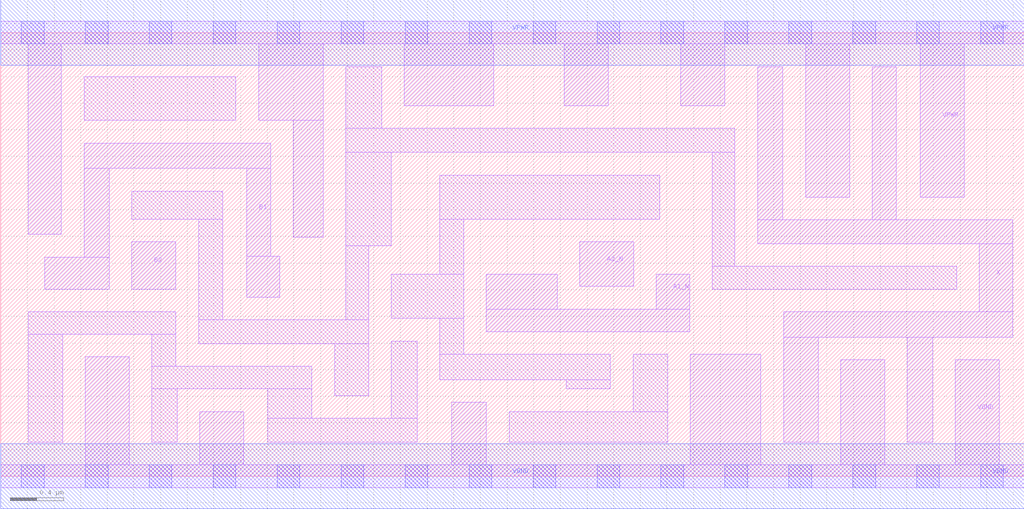
<source format=lef>
# Copyright 2020 The SkyWater PDK Authors
#
# Licensed under the Apache License, Version 2.0 (the "License");
# you may not use this file except in compliance with the License.
# You may obtain a copy of the License at
#
#     https://www.apache.org/licenses/LICENSE-2.0
#
# Unless required by applicable law or agreed to in writing, software
# distributed under the License is distributed on an "AS IS" BASIS,
# WITHOUT WARRANTIES OR CONDITIONS OF ANY KIND, either express or implied.
# See the License for the specific language governing permissions and
# limitations under the License.
#
# SPDX-License-Identifier: Apache-2.0

VERSION 5.7 ;
  NAMESCASESENSITIVE ON ;
  NOWIREEXTENSIONATPIN ON ;
  DIVIDERCHAR "/" ;
  BUSBITCHARS "[]" ;
UNITS
  DATABASE MICRONS 200 ;
END UNITS
MACRO sky130_fd_sc_lp__o2bb2a_4
  CLASS CORE ;
  SOURCE USER ;
  FOREIGN sky130_fd_sc_lp__o2bb2a_4 ;
  ORIGIN  0.000000  0.000000 ;
  SIZE  7.680000 BY  3.330000 ;
  SYMMETRY X Y R90 ;
  SITE unit ;
  PIN A1_N
    ANTENNAGATEAREA  0.630000 ;
    DIRECTION INPUT ;
    USE SIGNAL ;
    PORT
      LAYER li1 ;
        RECT 3.645000 1.085000 5.170000 1.255000 ;
        RECT 3.645000 1.255000 4.175000 1.515000 ;
        RECT 4.920000 1.255000 5.170000 1.515000 ;
    END
  END A1_N
  PIN A2_N
    ANTENNAGATEAREA  0.630000 ;
    DIRECTION INPUT ;
    USE SIGNAL ;
    PORT
      LAYER li1 ;
        RECT 4.345000 1.425000 4.750000 1.760000 ;
    END
  END A2_N
  PIN B1
    ANTENNAGATEAREA  0.630000 ;
    DIRECTION INPUT ;
    USE SIGNAL ;
    PORT
      LAYER li1 ;
        RECT 0.330000 1.405000 0.815000 1.645000 ;
        RECT 0.625000 1.645000 0.815000 2.310000 ;
        RECT 0.625000 2.310000 2.025000 2.500000 ;
        RECT 1.845000 1.345000 2.095000 1.650000 ;
        RECT 1.845000 1.650000 2.025000 2.310000 ;
    END
  END B1
  PIN B2
    ANTENNAGATEAREA  0.630000 ;
    DIRECTION INPUT ;
    USE SIGNAL ;
    PORT
      LAYER li1 ;
        RECT 0.985000 1.405000 1.315000 1.760000 ;
    END
  END B2
  PIN X
    ANTENNADIFFAREA  1.176000 ;
    DIRECTION OUTPUT ;
    USE SIGNAL ;
    PORT
      LAYER li1 ;
        RECT 5.680000 1.745000 7.595000 1.925000 ;
        RECT 5.680000 1.925000 5.870000 3.075000 ;
        RECT 5.875000 0.255000 6.135000 1.045000 ;
        RECT 5.875000 1.045000 7.595000 1.235000 ;
        RECT 6.540000 1.925000 6.720000 3.075000 ;
        RECT 6.805000 0.255000 6.995000 1.045000 ;
        RECT 7.345000 1.235000 7.595000 1.745000 ;
    END
  END X
  PIN VGND
    DIRECTION INOUT ;
    USE GROUND ;
    PORT
      LAYER li1 ;
        RECT 0.000000 -0.085000 7.680000 0.085000 ;
        RECT 0.635000  0.085000 0.965000 0.895000 ;
        RECT 1.495000  0.085000 1.825000 0.485000 ;
        RECT 3.385000  0.085000 3.645000 0.555000 ;
        RECT 5.175000  0.085000 5.705000 0.915000 ;
        RECT 6.305000  0.085000 6.635000 0.875000 ;
        RECT 7.165000  0.085000 7.495000 0.875000 ;
      LAYER mcon ;
        RECT 0.155000 -0.085000 0.325000 0.085000 ;
        RECT 0.635000 -0.085000 0.805000 0.085000 ;
        RECT 1.115000 -0.085000 1.285000 0.085000 ;
        RECT 1.595000 -0.085000 1.765000 0.085000 ;
        RECT 2.075000 -0.085000 2.245000 0.085000 ;
        RECT 2.555000 -0.085000 2.725000 0.085000 ;
        RECT 3.035000 -0.085000 3.205000 0.085000 ;
        RECT 3.515000 -0.085000 3.685000 0.085000 ;
        RECT 3.995000 -0.085000 4.165000 0.085000 ;
        RECT 4.475000 -0.085000 4.645000 0.085000 ;
        RECT 4.955000 -0.085000 5.125000 0.085000 ;
        RECT 5.435000 -0.085000 5.605000 0.085000 ;
        RECT 5.915000 -0.085000 6.085000 0.085000 ;
        RECT 6.395000 -0.085000 6.565000 0.085000 ;
        RECT 6.875000 -0.085000 7.045000 0.085000 ;
        RECT 7.355000 -0.085000 7.525000 0.085000 ;
      LAYER met1 ;
        RECT 0.000000 -0.245000 7.680000 0.245000 ;
    END
  END VGND
  PIN VPWR
    DIRECTION INOUT ;
    USE POWER ;
    PORT
      LAYER li1 ;
        RECT 0.000000 3.245000 7.680000 3.415000 ;
        RECT 0.205000 1.815000 0.455000 3.245000 ;
        RECT 1.935000 2.670000 2.420000 3.245000 ;
        RECT 2.195000 1.795000 2.420000 2.670000 ;
        RECT 3.030000 2.780000 3.700000 3.245000 ;
        RECT 4.230000 2.780000 4.560000 3.245000 ;
        RECT 5.105000 2.780000 5.435000 3.245000 ;
        RECT 6.040000 2.095000 6.370000 3.245000 ;
        RECT 6.900000 2.095000 7.230000 3.245000 ;
      LAYER mcon ;
        RECT 0.155000 3.245000 0.325000 3.415000 ;
        RECT 0.635000 3.245000 0.805000 3.415000 ;
        RECT 1.115000 3.245000 1.285000 3.415000 ;
        RECT 1.595000 3.245000 1.765000 3.415000 ;
        RECT 2.075000 3.245000 2.245000 3.415000 ;
        RECT 2.555000 3.245000 2.725000 3.415000 ;
        RECT 3.035000 3.245000 3.205000 3.415000 ;
        RECT 3.515000 3.245000 3.685000 3.415000 ;
        RECT 3.995000 3.245000 4.165000 3.415000 ;
        RECT 4.475000 3.245000 4.645000 3.415000 ;
        RECT 4.955000 3.245000 5.125000 3.415000 ;
        RECT 5.435000 3.245000 5.605000 3.415000 ;
        RECT 5.915000 3.245000 6.085000 3.415000 ;
        RECT 6.395000 3.245000 6.565000 3.415000 ;
        RECT 6.875000 3.245000 7.045000 3.415000 ;
        RECT 7.355000 3.245000 7.525000 3.415000 ;
      LAYER met1 ;
        RECT 0.000000 3.085000 7.680000 3.575000 ;
    END
  END VPWR
  OBS
    LAYER li1 ;
      RECT 0.205000 0.255000 0.465000 1.065000 ;
      RECT 0.205000 1.065000 1.315000 1.235000 ;
      RECT 0.625000 2.670000 1.765000 3.000000 ;
      RECT 0.985000 1.930000 1.665000 2.140000 ;
      RECT 1.135000 0.255000 1.325000 0.655000 ;
      RECT 1.135000 0.655000 2.335000 0.825000 ;
      RECT 1.135000 0.825000 1.315000 1.065000 ;
      RECT 1.485000 0.995000 2.760000 1.175000 ;
      RECT 1.485000 1.175000 1.665000 1.930000 ;
      RECT 2.005000 0.255000 3.125000 0.435000 ;
      RECT 2.005000 0.435000 2.335000 0.655000 ;
      RECT 2.505000 0.605000 2.760000 0.995000 ;
      RECT 2.590000 1.175000 2.760000 1.730000 ;
      RECT 2.590000 1.730000 2.930000 2.430000 ;
      RECT 2.590000 2.430000 5.510000 2.610000 ;
      RECT 2.590000 2.610000 2.860000 3.075000 ;
      RECT 2.930000 0.435000 3.125000 1.015000 ;
      RECT 2.930000 1.185000 3.475000 1.515000 ;
      RECT 3.295000 0.725000 4.575000 0.915000 ;
      RECT 3.295000 0.915000 3.475000 1.185000 ;
      RECT 3.295000 1.515000 3.475000 1.930000 ;
      RECT 3.295000 1.930000 4.945000 2.260000 ;
      RECT 3.815000 0.255000 5.005000 0.485000 ;
      RECT 4.245000 0.655000 4.575000 0.725000 ;
      RECT 4.745000 0.485000 5.005000 0.915000 ;
      RECT 5.340000 1.405000 7.175000 1.575000 ;
      RECT 5.340000 1.575000 5.510000 2.430000 ;
  END
END sky130_fd_sc_lp__o2bb2a_4

</source>
